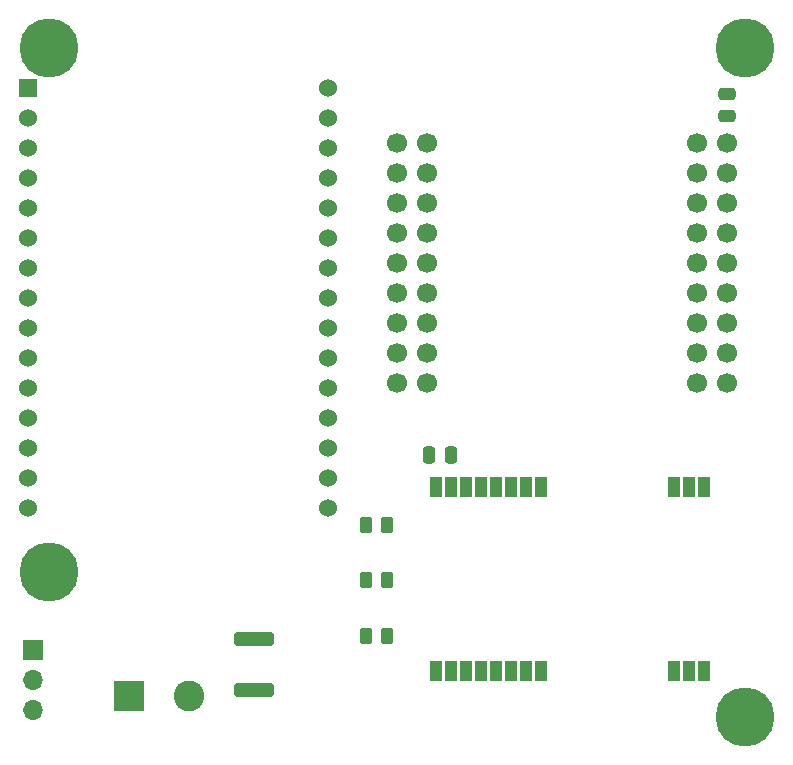
<source format=gts>
G04 #@! TF.GenerationSoftware,KiCad,Pcbnew,(6.0.2)*
G04 #@! TF.CreationDate,2022-09-28T01:41:44+02:00*
G04 #@! TF.ProjectId,LoRa-Gateway-E220,4c6f5261-2d47-4617-9465-7761792d4532,v1r1a*
G04 #@! TF.SameCoordinates,Original*
G04 #@! TF.FileFunction,Soldermask,Top*
G04 #@! TF.FilePolarity,Negative*
%FSLAX46Y46*%
G04 Gerber Fmt 4.6, Leading zero omitted, Abs format (unit mm)*
G04 Created by KiCad (PCBNEW (6.0.2)) date 2022-09-28 01:41:44*
%MOMM*%
%LPD*%
G01*
G04 APERTURE LIST*
G04 Aperture macros list*
%AMRoundRect*
0 Rectangle with rounded corners*
0 $1 Rounding radius*
0 $2 $3 $4 $5 $6 $7 $8 $9 X,Y pos of 4 corners*
0 Add a 4 corners polygon primitive as box body*
4,1,4,$2,$3,$4,$5,$6,$7,$8,$9,$2,$3,0*
0 Add four circle primitives for the rounded corners*
1,1,$1+$1,$2,$3*
1,1,$1+$1,$4,$5*
1,1,$1+$1,$6,$7*
1,1,$1+$1,$8,$9*
0 Add four rect primitives between the rounded corners*
20,1,$1+$1,$2,$3,$4,$5,0*
20,1,$1+$1,$4,$5,$6,$7,0*
20,1,$1+$1,$6,$7,$8,$9,0*
20,1,$1+$1,$8,$9,$2,$3,0*%
G04 Aperture macros list end*
%ADD10R,1.700000X1.700000*%
%ADD11O,1.700000X1.700000*%
%ADD12RoundRect,0.250000X0.475000X-0.250000X0.475000X0.250000X-0.475000X0.250000X-0.475000X-0.250000X0*%
%ADD13C,0.800000*%
%ADD14C,5.000000*%
%ADD15RoundRect,0.250000X-0.262500X-0.450000X0.262500X-0.450000X0.262500X0.450000X-0.262500X0.450000X0*%
%ADD16C,1.700000*%
%ADD17R,1.000000X1.800000*%
%ADD18RoundRect,0.250000X-1.450000X0.312500X-1.450000X-0.312500X1.450000X-0.312500X1.450000X0.312500X0*%
%ADD19RoundRect,0.250000X-0.250000X-0.475000X0.250000X-0.475000X0.250000X0.475000X-0.250000X0.475000X0*%
%ADD20R,2.600000X2.600000*%
%ADD21C,2.600000*%
%ADD22R,1.524000X1.524000*%
%ADD23C,1.524000*%
G04 APERTURE END LIST*
D10*
X99150000Y-90300000D03*
D11*
X99150000Y-92840000D03*
X99150000Y-95380000D03*
D12*
X157850000Y-45100000D03*
X157850000Y-43200000D03*
D13*
X161275000Y-96000000D03*
X159400000Y-97875000D03*
X160725825Y-94674175D03*
D14*
X159400000Y-96000000D03*
D13*
X160725825Y-97325825D03*
X158074175Y-94674175D03*
X159400000Y-94125000D03*
X157525000Y-96000000D03*
X158074175Y-97325825D03*
D15*
X127287500Y-84400000D03*
X129112500Y-84400000D03*
D16*
X157880000Y-47375000D03*
X157880000Y-67695000D03*
X157880000Y-65155000D03*
X129940000Y-67695000D03*
X132480000Y-52455000D03*
X155340000Y-52455000D03*
X132480000Y-57535000D03*
X155340000Y-60075000D03*
X155340000Y-57535000D03*
X132480000Y-60075000D03*
X132480000Y-62615000D03*
X155340000Y-54995000D03*
X129940000Y-62615000D03*
X155340000Y-62615000D03*
X129940000Y-65155000D03*
X155340000Y-67695000D03*
X155340000Y-65155000D03*
X157880000Y-62615000D03*
X157880000Y-60075000D03*
X157880000Y-57535000D03*
X157880000Y-54995000D03*
X157880000Y-52455000D03*
X157880000Y-49915000D03*
X155340000Y-49915000D03*
X155340000Y-47375000D03*
X132480000Y-67695000D03*
X132480000Y-65155000D03*
X129940000Y-60075000D03*
X129940000Y-57535000D03*
X132480000Y-54995000D03*
X129940000Y-54995000D03*
X129940000Y-52455000D03*
X132480000Y-49915000D03*
X129940000Y-49915000D03*
X132480000Y-47375000D03*
X129940000Y-47375000D03*
D13*
X100500000Y-37425000D03*
X100500000Y-41175000D03*
D14*
X100500000Y-39300000D03*
D13*
X101825825Y-37974175D03*
X101825825Y-40625825D03*
X102375000Y-39300000D03*
X98625000Y-39300000D03*
X99174175Y-37974175D03*
X99174175Y-40625825D03*
D17*
X133290000Y-92067500D03*
X134560000Y-92067500D03*
X135830000Y-92067500D03*
X137100000Y-92067500D03*
X138370000Y-92067500D03*
X139640000Y-92067500D03*
X140910000Y-92067500D03*
X142180000Y-92067500D03*
X153380000Y-92067500D03*
X154650000Y-92067500D03*
X155920000Y-92067500D03*
X155920000Y-76467500D03*
X154650000Y-76467500D03*
X153380000Y-76467500D03*
X142180000Y-76467500D03*
X140910000Y-76467500D03*
X139640000Y-76467500D03*
X138370000Y-76467500D03*
X137100000Y-76467500D03*
X135830000Y-76467500D03*
X134560000Y-76467500D03*
X133290000Y-76467500D03*
D15*
X127287500Y-79700000D03*
X129112500Y-79700000D03*
D18*
X117850000Y-89400000D03*
X117850000Y-93675000D03*
D15*
X127287500Y-89100000D03*
X129112500Y-89100000D03*
D19*
X132650000Y-73800000D03*
X134550000Y-73800000D03*
D20*
X107300000Y-94205000D03*
D21*
X112380000Y-94205000D03*
D13*
X158074175Y-40625825D03*
X160725825Y-37974175D03*
X160725825Y-40625825D03*
X159400000Y-37425000D03*
X158074175Y-37974175D03*
X157525000Y-39300000D03*
X161275000Y-39300000D03*
X159400000Y-41175000D03*
D14*
X159400000Y-39300000D03*
D22*
X98700000Y-42740000D03*
D23*
X98700000Y-45280000D03*
X98700000Y-47820000D03*
X98700000Y-50360000D03*
X98700000Y-52900000D03*
X98700000Y-55440000D03*
X98700000Y-57980000D03*
X98700000Y-60520000D03*
X98700000Y-63060000D03*
X98700000Y-65600000D03*
X98700000Y-68140000D03*
X98700000Y-70680000D03*
X98700000Y-73220000D03*
X98700000Y-75760000D03*
X98700000Y-78300000D03*
X124100000Y-78300000D03*
X124100000Y-75760000D03*
X124100000Y-73220000D03*
X124100000Y-70680000D03*
X124100000Y-68140000D03*
X124100000Y-65600000D03*
X124100000Y-63060000D03*
X124100000Y-60520000D03*
X124100000Y-57980000D03*
X124100000Y-55440000D03*
X124100000Y-52900000D03*
X124100000Y-50360000D03*
X124100000Y-47820000D03*
X124100000Y-45280000D03*
X124100000Y-42740000D03*
D13*
X98625000Y-83700000D03*
D14*
X100500000Y-83700000D03*
D13*
X100500000Y-85575000D03*
X102375000Y-83700000D03*
X101825825Y-82374175D03*
X101825825Y-85025825D03*
X99174175Y-85025825D03*
X99174175Y-82374175D03*
X100500000Y-81825000D03*
M02*

</source>
